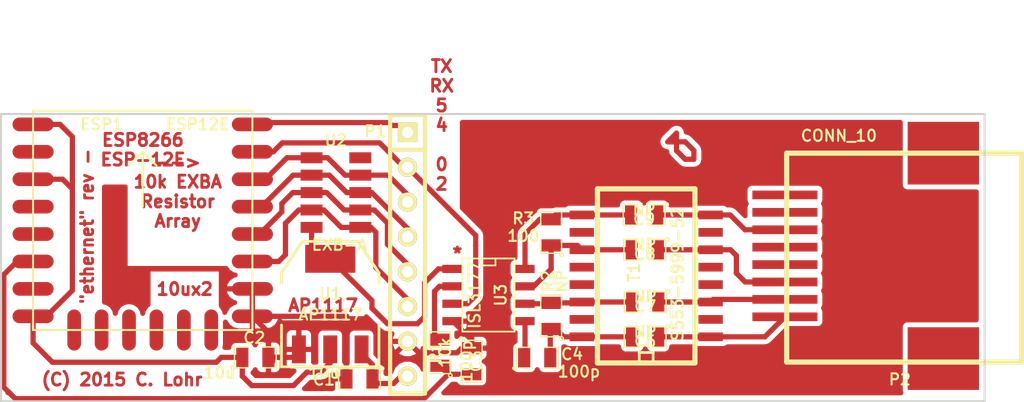
<source format=kicad_pcb>
(kicad_pcb (version 3) (host pcbnew "(2013-jul-07)-stable")

  (general
    (links 54)
    (no_connects 0)
    (area 34.849999 40.564999 101.040001 61.670001)
    (thickness 1.6)
    (drawings 12)
    (tracks 188)
    (zones 0)
    (modules 18)
    (nets 22)
  )

  (page User 139.7 139.7)
  (layers
    (15 F.Cu signal)
    (0 B.Cu signal)
    (16 B.Adhes user)
    (17 F.Adhes user)
    (18 B.Paste user)
    (19 F.Paste user)
    (20 B.SilkS user)
    (21 F.SilkS user)
    (22 B.Mask user)
    (23 F.Mask user)
    (24 Dwgs.User user)
    (25 Cmts.User user)
    (26 Eco1.User user)
    (27 Eco2.User user)
    (28 Edge.Cuts user)
  )

  (setup
    (last_trace_width 0.381)
    (trace_clearance 0.3048)
    (zone_clearance 0.3556)
    (zone_45_only no)
    (trace_min 0.254)
    (segment_width 0.2)
    (edge_width 0.15)
    (via_size 0.889)
    (via_drill 0.635)
    (via_min_size 0.889)
    (via_min_drill 0.508)
    (uvia_size 0.508)
    (uvia_drill 0.127)
    (uvias_allowed no)
    (uvia_min_size 0.508)
    (uvia_min_drill 0.127)
    (pcb_text_width 0.2032)
    (pcb_text_size 0.889 0.889)
    (mod_edge_width 0.15)
    (mod_text_size 0.8128 0.8128)
    (mod_text_width 0.15)
    (pad_size 1.524 1.524)
    (pad_drill 0.762)
    (pad_to_mask_clearance 0.2)
    (aux_axis_origin 0 0)
    (visible_elements FFFFFFBF)
    (pcbplotparams
      (layerselection 32768)
      (usegerberextensions false)
      (excludeedgelayer true)
      (linewidth 0.100000)
      (plotframeref false)
      (viasonmask false)
      (mode 1)
      (useauxorigin false)
      (hpglpennumber 1)
      (hpglpenspeed 20)
      (hpglpendiameter 15)
      (hpglpenoverlay 2)
      (psnegative false)
      (psa4output false)
      (plotreference true)
      (plotvalue true)
      (plotothertext true)
      (plotinvisibletext false)
      (padsonsilk false)
      (subtractmaskfromsilk false)
      (outputformat 2)
      (mirror false)
      (drillshape 1)
      (scaleselection 1)
      (outputdirectory ""))
  )

  (net 0 "")
  (net 1 +3.3V)
  (net 2 +5V)
  (net 3 GND)
  (net 4 GPIO0)
  (net 5 GPIO2)
  (net 6 GPIO4)
  (net 7 GPIO5)
  (net 8 N-000001)
  (net 9 N-0000010)
  (net 10 N-0000011)
  (net 11 N-000002)
  (net 12 N-0000025)
  (net 13 N-000003)
  (net 14 N-000004)
  (net 15 N-000005)
  (net 16 N-000006)
  (net 17 N-000007)
  (net 18 N-000008)
  (net 19 N-000009)
  (net 20 RX)
  (net 21 TX)

  (net_class Default "This is the default net class."
    (clearance 0.3048)
    (trace_width 0.381)
    (via_dia 0.889)
    (via_drill 0.635)
    (uvia_dia 0.508)
    (uvia_drill 0.127)
    (add_net "")
    (add_net +3.3V)
    (add_net +5V)
    (add_net GND)
    (add_net GPIO0)
    (add_net GPIO2)
    (add_net GPIO4)
    (add_net GPIO5)
    (add_net N-000001)
    (add_net N-0000010)
    (add_net N-0000011)
    (add_net N-000002)
    (add_net N-0000025)
    (add_net N-000003)
    (add_net N-000004)
    (add_net N-000005)
    (add_net N-000006)
    (add_net N-000007)
    (add_net N-000008)
    (add_net N-000009)
    (add_net RX)
    (add_net TX)
  )

  (module SM0805 (layer F.Cu) (tedit 56195079) (tstamp 56194CC7)
    (at 61.7093 59.9694 180)
    (path /56194F36)
    (attr smd)
    (fp_text reference C1 (at 2.5908 -0.0508 180) (layer F.SilkS)
      (effects (font (size 0.8128 0.8128) (thickness 0.15)))
    )
    (fp_text value 10u (at 2.5908 0.4572 180) (layer F.SilkS)
      (effects (font (size 0.8128 0.8128) (thickness 0.15)))
    )
    (fp_circle (center -1.651 0.762) (end -1.651 0.635) (layer F.SilkS) (width 0.09906))
    (fp_line (start -0.508 0.762) (end -1.524 0.762) (layer F.SilkS) (width 0.09906))
    (fp_line (start -1.524 0.762) (end -1.524 -0.762) (layer F.SilkS) (width 0.09906))
    (fp_line (start -1.524 -0.762) (end -0.508 -0.762) (layer F.SilkS) (width 0.09906))
    (fp_line (start 0.508 -0.762) (end 1.524 -0.762) (layer F.SilkS) (width 0.09906))
    (fp_line (start 1.524 -0.762) (end 1.524 0.762) (layer F.SilkS) (width 0.09906))
    (fp_line (start 1.524 0.762) (end 0.508 0.762) (layer F.SilkS) (width 0.09906))
    (pad 1 smd rect (at -0.9525 0 180) (size 0.889 1.397)
      (layers F.Cu F.Paste F.Mask)
      (net 2 +5V)
    )
    (pad 2 smd rect (at 0.9525 0 180) (size 0.889 1.397)
      (layers F.Cu F.Paste F.Mask)
      (net 3 GND)
    )
    (model smd/chip_cms.wrl
      (at (xyz 0 0 0))
      (scale (xyz 0.1 0.1 0.1))
      (rotate (xyz 0 0 0))
    )
  )

  (module SM0805 (layer F.Cu) (tedit 56195074) (tstamp 56194CD4)
    (at 54.1147 58.3946)
    (path /56194F45)
    (attr smd)
    (fp_text reference C2 (at -0.0762 -1.4224) (layer F.SilkS)
      (effects (font (size 0.8128 0.8128) (thickness 0.15)))
    )
    (fp_text value 10u (at -2.6162 1.1176) (layer F.SilkS)
      (effects (font (size 0.8128 0.8128) (thickness 0.15)))
    )
    (fp_circle (center -1.651 0.762) (end -1.651 0.635) (layer F.SilkS) (width 0.09906))
    (fp_line (start -0.508 0.762) (end -1.524 0.762) (layer F.SilkS) (width 0.09906))
    (fp_line (start -1.524 0.762) (end -1.524 -0.762) (layer F.SilkS) (width 0.09906))
    (fp_line (start -1.524 -0.762) (end -0.508 -0.762) (layer F.SilkS) (width 0.09906))
    (fp_line (start 0.508 -0.762) (end 1.524 -0.762) (layer F.SilkS) (width 0.09906))
    (fp_line (start 1.524 -0.762) (end 1.524 0.762) (layer F.SilkS) (width 0.09906))
    (fp_line (start 1.524 0.762) (end 0.508 0.762) (layer F.SilkS) (width 0.09906))
    (pad 1 smd rect (at -0.9525 0) (size 0.889 1.397)
      (layers F.Cu F.Paste F.Mask)
      (net 1 +3.3V)
    )
    (pad 2 smd rect (at 0.9525 0) (size 0.889 1.397)
      (layers F.Cu F.Paste F.Mask)
      (net 3 GND)
    )
    (model smd/chip_cms.wrl
      (at (xyz 0 0 0))
      (scale (xyz 0.1 0.1 0.1))
      (rotate (xyz 0 0 0))
    )
  )

  (module SIL-8 (layer F.Cu) (tedit 56DC98BF) (tstamp 56194CE5)
    (at 65.2145 50.8762 270)
    (descr "Connecteur 8 pins")
    (tags "CONN DEV")
    (path /56194CDB)
    (fp_text reference P1 (at -8.9662 2.3495 360) (layer F.SilkS)
      (effects (font (size 0.8128 0.8128) (thickness 0.15)))
    )
    (fp_text value CONN_8 (at 0.1524 1.6256 270) (layer F.SilkS) hide
      (effects (font (size 0.8128 0.8128) (thickness 0.15)))
    )
    (fp_line (start -10.16 -1.27) (end 10.16 -1.27) (layer F.SilkS) (width 0.3048))
    (fp_line (start 10.16 -1.27) (end 10.16 1.27) (layer F.SilkS) (width 0.3048))
    (fp_line (start 10.16 1.27) (end -10.16 1.27) (layer F.SilkS) (width 0.3048))
    (fp_line (start -10.16 1.27) (end -10.16 -1.27) (layer F.SilkS) (width 0.3048))
    (fp_line (start -7.62 1.27) (end -7.62 -1.27) (layer F.SilkS) (width 0.3048))
    (pad 1 thru_hole rect (at -8.89 0 270) (size 1.397 1.397) (drill 0.8128)
      (layers *.Cu *.Mask F.SilkS)
      (net 21 TX)
    )
    (pad 2 thru_hole circle (at -6.35 0 270) (size 1.397 1.397) (drill 0.8128)
      (layers *.Cu *.Mask F.SilkS)
      (net 20 RX)
    )
    (pad 3 thru_hole circle (at -3.81 0 270) (size 1.397 1.397) (drill 0.8128)
      (layers *.Cu *.Mask F.SilkS)
      (net 7 GPIO5)
    )
    (pad 4 thru_hole circle (at -1.27 0 270) (size 1.397 1.397) (drill 0.8128)
      (layers *.Cu *.Mask F.SilkS)
      (net 6 GPIO4)
    )
    (pad 5 thru_hole circle (at 1.27 0 270) (size 1.397 1.397) (drill 0.8128)
      (layers *.Cu *.Mask F.SilkS)
      (net 4 GPIO0)
    )
    (pad 6 thru_hole circle (at 3.81 0 270) (size 1.397 1.397) (drill 0.8128)
      (layers *.Cu *.Mask F.SilkS)
      (net 5 GPIO2)
    )
    (pad 7 thru_hole circle (at 6.35 0 270) (size 1.397 1.397) (drill 0.8128)
      (layers *.Cu *.Mask F.SilkS)
      (net 3 GND)
    )
    (pad 8 thru_hole circle (at 8.89 0 270) (size 1.397 1.397) (drill 0.8128)
      (layers *.Cu *.Mask F.SilkS)
      (net 2 +5V)
    )
  )

  (module EXB-A (layer F.Cu) (tedit 52D0B57E) (tstamp 56197883)
    (at 59.99226 46.37278)
    (path /56194CEA)
    (fp_text reference U2 (at 0 -3.81) (layer F.SilkS)
      (effects (font (size 0.8128 0.8128) (thickness 0.15)))
    )
    (fp_text value EXB-A (at 0.254 3.81) (layer F.SilkS)
      (effects (font (size 0.8128 0.8128) (thickness 0.15)))
    )
    (pad 1 smd rect (at -1.778 -2.54 90) (size 0.8001 1.6002)
      (layers F.Cu F.Paste F.Mask)
      (net 7 GPIO5)
    )
    (pad 2 smd rect (at -1.778 -1.27 90) (size 0.8001 1.6002)
      (layers F.Cu F.Paste F.Mask)
      (net 6 GPIO4)
    )
    (pad 3 smd rect (at -1.778 0 90) (size 0.8001 1.6002)
      (layers F.Cu F.Paste F.Mask)
      (net 4 GPIO0)
    )
    (pad 4 smd rect (at -1.778 1.27 90) (size 0.8001 1.6002)
      (layers F.Cu F.Paste F.Mask)
      (net 5 GPIO2)
    )
    (pad 5 smd rect (at -1.778 2.54 90) (size 0.8001 1.6002)
      (layers F.Cu F.Paste F.Mask)
      (net 12 N-0000025)
    )
    (pad 6 smd rect (at 1.778 2.54 90) (size 0.8001 1.6002)
      (layers F.Cu F.Paste F.Mask)
      (net 5 GPIO2)
    )
    (pad 7 smd rect (at 1.778 1.27 90) (size 0.8001 1.6002)
      (layers F.Cu F.Paste F.Mask)
      (net 4 GPIO0)
    )
    (pad 8 smd rect (at 1.778 0 90) (size 0.8001 1.6002)
      (layers F.Cu F.Paste F.Mask)
      (net 6 GPIO4)
    )
    (pad 9 smd rect (at 1.778 -1.27 90) (size 0.8001 1.6002)
      (layers F.Cu F.Paste F.Mask)
      (net 7 GPIO5)
    )
    (pad 10 smd rect (at 1.778 -2.54 90) (size 0.8001 1.6002)
      (layers F.Cu F.Paste F.Mask)
    )
  )

  (module ESP12E (layer F.Cu) (tedit 560D9068) (tstamp 56194D17)
    (at 45.8978 44.3992)
    (path /5619493D)
    (fp_text reference ESP1 (at -3 -3) (layer F.SilkS)
      (effects (font (size 0.8128 0.8128) (thickness 0.15)))
    )
    (fp_text value ESP12E (at 4 -3) (layer F.SilkS)
      (effects (font (size 0.8128 0.8128) (thickness 0.15)))
    )
    (fp_line (start 0 -1) (end -1 0) (layer F.SilkS) (width 0.15))
    (fp_line (start 0 -1) (end 1 0) (layer F.SilkS) (width 0.15))
    (fp_line (start 0 -1) (end 0 3) (layer F.SilkS) (width 0.15))
    (fp_line (start -8 12) (end -8 -4) (layer F.SilkS) (width 0.15))
    (fp_line (start -8 -4) (end 8 -4) (layer F.SilkS) (width 0.15))
    (fp_line (start 8 -4) (end 8 12) (layer F.SilkS) (width 0.15))
    (fp_line (start 8 -12) (end -8 -12) (layer Dwgs.User) (width 0.15))
    (fp_line (start -8 -12) (end -8 12) (layer Dwgs.User) (width 0.15))
    (fp_line (start -8 12) (end 8 12) (layer F.SilkS) (width 0.15))
    (fp_line (start 8 12) (end 8 -12) (layer Dwgs.User) (width 0.15))
    (pad 1 smd oval (at -8 -3) (size 3 1)
      (layers F.Cu F.Paste F.Mask)
      (net 1 +3.3V)
    )
    (pad 2 smd oval (at -8 -1) (size 3 1)
      (layers F.Cu F.Paste F.Mask)
    )
    (pad 3 smd oval (at -8 1) (size 3 1)
      (layers F.Cu F.Paste F.Mask)
      (net 1 +3.3V)
    )
    (pad 4 smd oval (at -8 3) (size 3 1)
      (layers F.Cu F.Paste F.Mask)
    )
    (pad 5 smd oval (at -8 5) (size 3 1)
      (layers F.Cu F.Paste F.Mask)
    )
    (pad 6 smd oval (at -8 7) (size 3 1)
      (layers F.Cu F.Paste F.Mask)
      (net 10 N-0000011)
    )
    (pad 7 smd oval (at -8 9) (size 3 1)
      (layers F.Cu F.Paste F.Mask)
    )
    (pad 8 smd oval (at -8 11) (size 3 1)
      (layers F.Cu F.Paste F.Mask)
      (net 1 +3.3V)
    )
    (pad 9 smd oval (at -5 12 90) (size 3 1)
      (layers F.Cu F.Paste F.Mask)
    )
    (pad 10 smd oval (at -3 12 90) (size 3 1)
      (layers F.Cu F.Paste F.Mask)
    )
    (pad 11 smd oval (at -1 12 90) (size 3 1)
      (layers F.Cu F.Paste F.Mask)
    )
    (pad 12 smd oval (at 1 12 90) (size 3 1)
      (layers F.Cu F.Paste F.Mask)
    )
    (pad 13 smd oval (at 3 12 90) (size 3 1)
      (layers F.Cu F.Paste F.Mask)
    )
    (pad 14 smd oval (at 5 12 90) (size 3 1)
      (layers F.Cu F.Paste F.Mask)
    )
    (pad 15 smd oval (at 8 11 180) (size 3 1)
      (layers F.Cu F.Paste F.Mask)
      (net 3 GND)
    )
    (pad 16 smd oval (at 8 9 180) (size 3 1)
      (layers F.Cu F.Paste F.Mask)
      (net 3 GND)
    )
    (pad 17 smd oval (at 8 7 180) (size 3 1)
      (layers F.Cu F.Paste F.Mask)
      (net 5 GPIO2)
    )
    (pad 18 smd oval (at 8 5 180) (size 3 1)
      (layers F.Cu F.Paste F.Mask)
      (net 4 GPIO0)
    )
    (pad 19 smd oval (at 8 3 180) (size 3 1)
      (layers F.Cu F.Paste F.Mask)
      (net 6 GPIO4)
    )
    (pad 20 smd oval (at 8 1 180) (size 3 1)
      (layers F.Cu F.Paste F.Mask)
      (net 7 GPIO5)
    )
    (pad 21 smd oval (at 8 -1 180) (size 3 1)
      (layers F.Cu F.Paste F.Mask)
      (net 20 RX)
    )
    (pad 22 smd oval (at 8 -3 180) (size 3 1)
      (layers F.Cu F.Paste F.Mask)
      (net 21 TX)
    )
  )

  (module SOT223 (layer F.Cu) (tedit 200000) (tstamp 561976D8)
    (at 59.5757 54.5084)
    (descr "module CMS SOT223 4 pins")
    (tags "CMS SOT")
    (path /5619494C)
    (attr smd)
    (fp_text reference U1 (at 0 -0.762) (layer F.SilkS)
      (effects (font (size 0.8128 0.8128) (thickness 0.15)))
    )
    (fp_text value AP1117 (at 0 0.762) (layer F.SilkS)
      (effects (font (size 0.8128 0.8128) (thickness 0.15)))
    )
    (fp_line (start -3.556 1.524) (end -3.556 4.572) (layer F.SilkS) (width 0.2032))
    (fp_line (start -3.556 4.572) (end 3.556 4.572) (layer F.SilkS) (width 0.2032))
    (fp_line (start 3.556 4.572) (end 3.556 1.524) (layer F.SilkS) (width 0.2032))
    (fp_line (start -3.556 -1.524) (end -3.556 -2.286) (layer F.SilkS) (width 0.2032))
    (fp_line (start -3.556 -2.286) (end -2.032 -4.572) (layer F.SilkS) (width 0.2032))
    (fp_line (start -2.032 -4.572) (end 2.032 -4.572) (layer F.SilkS) (width 0.2032))
    (fp_line (start 2.032 -4.572) (end 3.556 -2.286) (layer F.SilkS) (width 0.2032))
    (fp_line (start 3.556 -2.286) (end 3.556 -1.524) (layer F.SilkS) (width 0.2032))
    (pad 4 smd rect (at 0 -3.302) (size 3.6576 2.032)
      (layers F.Cu F.Paste F.Mask)
      (net 12 N-0000025)
    )
    (pad 2 smd rect (at 0 3.302) (size 1.016 2.032)
      (layers F.Cu F.Paste F.Mask)
      (net 1 +3.3V)
    )
    (pad 3 smd rect (at 2.286 3.302) (size 1.016 2.032)
      (layers F.Cu F.Paste F.Mask)
      (net 2 +5V)
    )
    (pad 1 smd rect (at -2.286 3.302) (size 1.016 2.032)
      (layers F.Cu F.Paste F.Mask)
      (net 3 GND)
    )
    (model smd/SOT223.wrl
      (at (xyz 0 0 0))
      (scale (xyz 0.4 0.4 0.4))
      (rotate (xyz 0 0 0))
    )
  )

  (module SM0805 (layer F.Cu) (tedit 56DC98E0) (tstamp 56CD3A82)
    (at 75.692 55.372 90)
    (path /56DC9C54)
    (attr smd)
    (fp_text reference R2 (at 2.54 -0.254 90) (layer F.SilkS)
      (effects (font (size 0.8128 0.8128) (thickness 0.15)))
    )
    (fp_text value NP (at 2.54 0.762 90) (layer F.SilkS)
      (effects (font (size 0.8128 0.8128) (thickness 0.15)))
    )
    (fp_circle (center -1.651 0.762) (end -1.651 0.635) (layer F.SilkS) (width 0.09906))
    (fp_line (start -0.508 0.762) (end -1.524 0.762) (layer F.SilkS) (width 0.09906))
    (fp_line (start -1.524 0.762) (end -1.524 -0.762) (layer F.SilkS) (width 0.09906))
    (fp_line (start -1.524 -0.762) (end -0.508 -0.762) (layer F.SilkS) (width 0.09906))
    (fp_line (start 0.508 -0.762) (end 1.524 -0.762) (layer F.SilkS) (width 0.09906))
    (fp_line (start 1.524 -0.762) (end 1.524 0.762) (layer F.SilkS) (width 0.09906))
    (fp_line (start 1.524 0.762) (end 0.508 0.762) (layer F.SilkS) (width 0.09906))
    (pad 1 smd rect (at -0.9525 0 90) (size 0.889 1.397)
      (layers F.Cu F.Paste F.Mask)
      (net 17 N-000007)
    )
    (pad 2 smd rect (at 0.9525 0 90) (size 0.889 1.397)
      (layers F.Cu F.Paste F.Mask)
      (net 16 N-000006)
    )
    (model smd/chip_cms.wrl
      (at (xyz 0 0 0))
      (scale (xyz 0.1 0.1 0.1))
      (rotate (xyz 0 0 0))
    )
  )

  (module SM0805 (layer F.Cu) (tedit 56DC98E6) (tstamp 56CD3A8F)
    (at 74.676 58.42)
    (path /56DC9C61)
    (attr smd)
    (fp_text reference C4 (at 2.54 -0.254) (layer F.SilkS)
      (effects (font (size 0.8128 0.8128) (thickness 0.15)))
    )
    (fp_text value 100p (at 3.048 1.016) (layer F.SilkS)
      (effects (font (size 0.8128 0.8128) (thickness 0.15)))
    )
    (fp_circle (center -1.651 0.762) (end -1.651 0.635) (layer F.SilkS) (width 0.09906))
    (fp_line (start -0.508 0.762) (end -1.524 0.762) (layer F.SilkS) (width 0.09906))
    (fp_line (start -1.524 0.762) (end -1.524 -0.762) (layer F.SilkS) (width 0.09906))
    (fp_line (start -1.524 -0.762) (end -0.508 -0.762) (layer F.SilkS) (width 0.09906))
    (fp_line (start 0.508 -0.762) (end 1.524 -0.762) (layer F.SilkS) (width 0.09906))
    (fp_line (start 1.524 -0.762) (end 1.524 0.762) (layer F.SilkS) (width 0.09906))
    (fp_line (start 1.524 0.762) (end 0.508 0.762) (layer F.SilkS) (width 0.09906))
    (pad 1 smd rect (at -0.9525 0) (size 0.889 1.397)
      (layers F.Cu F.Paste F.Mask)
      (net 18 N-000008)
    )
    (pad 2 smd rect (at 0.9525 0) (size 0.889 1.397)
      (layers F.Cu F.Paste F.Mask)
      (net 17 N-000007)
    )
    (model smd/chip_cms.wrl
      (at (xyz 0 0 0))
      (scale (xyz 0.1 0.1 0.1))
      (rotate (xyz 0 0 0))
    )
  )

  (module SM0805 (layer F.Cu) (tedit 5091495C) (tstamp 56CD3A9C)
    (at 69.89572 58.674 270)
    (path /56DC8FEC)
    (attr smd)
    (fp_text reference C3 (at 0 -0.3175 270) (layer F.SilkS)
      (effects (font (size 0.8128 0.8128) (thickness 0.15)))
    )
    (fp_text value 100p (at 0 0.381 270) (layer F.SilkS)
      (effects (font (size 0.8128 0.8128) (thickness 0.15)))
    )
    (fp_circle (center -1.651 0.762) (end -1.651 0.635) (layer F.SilkS) (width 0.09906))
    (fp_line (start -0.508 0.762) (end -1.524 0.762) (layer F.SilkS) (width 0.09906))
    (fp_line (start -1.524 0.762) (end -1.524 -0.762) (layer F.SilkS) (width 0.09906))
    (fp_line (start -1.524 -0.762) (end -0.508 -0.762) (layer F.SilkS) (width 0.09906))
    (fp_line (start 0.508 -0.762) (end 1.524 -0.762) (layer F.SilkS) (width 0.09906))
    (fp_line (start 1.524 -0.762) (end 1.524 0.762) (layer F.SilkS) (width 0.09906))
    (fp_line (start 1.524 0.762) (end 0.508 0.762) (layer F.SilkS) (width 0.09906))
    (pad 1 smd rect (at -0.9525 0 270) (size 0.889 1.397)
      (layers F.Cu F.Paste F.Mask)
      (net 3 GND)
    )
    (pad 2 smd rect (at 0.9525 0 270) (size 0.889 1.397)
      (layers F.Cu F.Paste F.Mask)
      (net 10 N-0000011)
    )
    (model smd/chip_cms.wrl
      (at (xyz 0 0 0))
      (scale (xyz 0.1 0.1 0.1))
      (rotate (xyz 0 0 0))
    )
  )

  (module SM0805 (layer F.Cu) (tedit 5091495C) (tstamp 56CD3AA9)
    (at 67.57416 58.05424 90)
    (path /56DC908A)
    (attr smd)
    (fp_text reference R1 (at 0 -0.3175 90) (layer F.SilkS)
      (effects (font (size 0.8128 0.8128) (thickness 0.15)))
    )
    (fp_text value 10k (at 0 0.381 90) (layer F.SilkS)
      (effects (font (size 0.8128 0.8128) (thickness 0.15)))
    )
    (fp_circle (center -1.651 0.762) (end -1.651 0.635) (layer F.SilkS) (width 0.09906))
    (fp_line (start -0.508 0.762) (end -1.524 0.762) (layer F.SilkS) (width 0.09906))
    (fp_line (start -1.524 0.762) (end -1.524 -0.762) (layer F.SilkS) (width 0.09906))
    (fp_line (start -1.524 -0.762) (end -0.508 -0.762) (layer F.SilkS) (width 0.09906))
    (fp_line (start 0.508 -0.762) (end 1.524 -0.762) (layer F.SilkS) (width 0.09906))
    (fp_line (start 1.524 -0.762) (end 1.524 0.762) (layer F.SilkS) (width 0.09906))
    (fp_line (start 1.524 0.762) (end 0.508 0.762) (layer F.SilkS) (width 0.09906))
    (pad 1 smd rect (at -0.9525 0 90) (size 0.889 1.397)
      (layers F.Cu F.Paste F.Mask)
      (net 10 N-0000011)
    )
    (pad 2 smd rect (at 0.9525 0 90) (size 0.889 1.397)
      (layers F.Cu F.Paste F.Mask)
      (net 14 N-000004)
    )
    (model smd/chip_cms.wrl
      (at (xyz 0 0 0))
      (scale (xyz 0.1 0.1 0.1))
      (rotate (xyz 0 0 0))
    )
  )

  (module SM0805 (layer F.Cu) (tedit 56DC98D1) (tstamp 56CD3EB1)
    (at 75.692 49.276 90)
    (path /56DCA065)
    (attr smd)
    (fp_text reference R3 (at 1.016 -2.032 180) (layer F.SilkS)
      (effects (font (size 0.8128 0.8128) (thickness 0.15)))
    )
    (fp_text value 100 (at -0.254 -2.032 180) (layer F.SilkS)
      (effects (font (size 0.8128 0.8128) (thickness 0.15)))
    )
    (fp_circle (center -1.651 0.762) (end -1.651 0.635) (layer F.SilkS) (width 0.09906))
    (fp_line (start -0.508 0.762) (end -1.524 0.762) (layer F.SilkS) (width 0.09906))
    (fp_line (start -1.524 0.762) (end -1.524 -0.762) (layer F.SilkS) (width 0.09906))
    (fp_line (start -1.524 -0.762) (end -0.508 -0.762) (layer F.SilkS) (width 0.09906))
    (fp_line (start 0.508 -0.762) (end 1.524 -0.762) (layer F.SilkS) (width 0.09906))
    (fp_line (start 1.524 -0.762) (end 1.524 0.762) (layer F.SilkS) (width 0.09906))
    (fp_line (start 1.524 0.762) (end 0.508 0.762) (layer F.SilkS) (width 0.09906))
    (pad 1 smd rect (at -0.9525 0 90) (size 0.889 1.397)
      (layers F.Cu F.Paste F.Mask)
      (net 9 N-0000010)
    )
    (pad 2 smd rect (at 0.9525 0 90) (size 0.889 1.397)
      (layers F.Cu F.Paste F.Mask)
      (net 19 N-000009)
    )
    (model smd/chip_cms.wrl
      (at (xyz 0 0 0))
      (scale (xyz 0.1 0.1 0.1))
      (rotate (xyz 0 0 0))
    )
  )

  (module SM0805 (layer F.Cu) (tedit 5091495C) (tstamp 56CD3AD0)
    (at 82.55 56.9087 180)
    (path /56CD3D32)
    (attr smd)
    (fp_text reference C6 (at 0 -0.3175 180) (layer F.SilkS)
      (effects (font (size 0.8128 0.8128) (thickness 0.15)))
    )
    (fp_text value NP (at 0 0.381 180) (layer F.SilkS)
      (effects (font (size 0.8128 0.8128) (thickness 0.15)))
    )
    (fp_circle (center -1.651 0.762) (end -1.651 0.635) (layer F.SilkS) (width 0.09906))
    (fp_line (start -0.508 0.762) (end -1.524 0.762) (layer F.SilkS) (width 0.09906))
    (fp_line (start -1.524 0.762) (end -1.524 -0.762) (layer F.SilkS) (width 0.09906))
    (fp_line (start -1.524 -0.762) (end -0.508 -0.762) (layer F.SilkS) (width 0.09906))
    (fp_line (start 0.508 -0.762) (end 1.524 -0.762) (layer F.SilkS) (width 0.09906))
    (fp_line (start 1.524 -0.762) (end 1.524 0.762) (layer F.SilkS) (width 0.09906))
    (fp_line (start 1.524 0.762) (end 0.508 0.762) (layer F.SilkS) (width 0.09906))
    (pad 1 smd rect (at -0.9525 0 180) (size 0.889 1.397)
      (layers F.Cu F.Paste F.Mask)
      (net 15 N-000005)
    )
    (pad 2 smd rect (at 0.9525 0 180) (size 0.889 1.397)
      (layers F.Cu F.Paste F.Mask)
      (net 17 N-000007)
    )
    (model smd/chip_cms.wrl
      (at (xyz 0 0 0))
      (scale (xyz 0.1 0.1 0.1))
      (rotate (xyz 0 0 0))
    )
  )

  (module SM0805 (layer F.Cu) (tedit 5091495C) (tstamp 56CD3ADD)
    (at 82.55508 54.356 180)
    (path /56CD3E1E)
    (attr smd)
    (fp_text reference C7 (at 0 -0.3175 180) (layer F.SilkS)
      (effects (font (size 0.8128 0.8128) (thickness 0.15)))
    )
    (fp_text value NP (at 0 0.381 180) (layer F.SilkS)
      (effects (font (size 0.8128 0.8128) (thickness 0.15)))
    )
    (fp_circle (center -1.651 0.762) (end -1.651 0.635) (layer F.SilkS) (width 0.09906))
    (fp_line (start -0.508 0.762) (end -1.524 0.762) (layer F.SilkS) (width 0.09906))
    (fp_line (start -1.524 0.762) (end -1.524 -0.762) (layer F.SilkS) (width 0.09906))
    (fp_line (start -1.524 -0.762) (end -0.508 -0.762) (layer F.SilkS) (width 0.09906))
    (fp_line (start 0.508 -0.762) (end 1.524 -0.762) (layer F.SilkS) (width 0.09906))
    (fp_line (start 1.524 -0.762) (end 1.524 0.762) (layer F.SilkS) (width 0.09906))
    (fp_line (start 1.524 0.762) (end 0.508 0.762) (layer F.SilkS) (width 0.09906))
    (pad 1 smd rect (at -0.9525 0 180) (size 0.889 1.397)
      (layers F.Cu F.Paste F.Mask)
      (net 8 N-000001)
    )
    (pad 2 smd rect (at 0.9525 0 180) (size 0.889 1.397)
      (layers F.Cu F.Paste F.Mask)
      (net 16 N-000006)
    )
    (model smd/chip_cms.wrl
      (at (xyz 0 0 0))
      (scale (xyz 0.1 0.1 0.1))
      (rotate (xyz 0 0 0))
    )
  )

  (module SM0805 (layer F.Cu) (tedit 5091495C) (tstamp 56CD3AEA)
    (at 82.5246 50.546 180)
    (path /56CD3F79)
    (attr smd)
    (fp_text reference C8 (at 0 -0.3175 180) (layer F.SilkS)
      (effects (font (size 0.8128 0.8128) (thickness 0.15)))
    )
    (fp_text value NP (at 0 0.381 180) (layer F.SilkS)
      (effects (font (size 0.8128 0.8128) (thickness 0.15)))
    )
    (fp_circle (center -1.651 0.762) (end -1.651 0.635) (layer F.SilkS) (width 0.09906))
    (fp_line (start -0.508 0.762) (end -1.524 0.762) (layer F.SilkS) (width 0.09906))
    (fp_line (start -1.524 0.762) (end -1.524 -0.762) (layer F.SilkS) (width 0.09906))
    (fp_line (start -1.524 -0.762) (end -0.508 -0.762) (layer F.SilkS) (width 0.09906))
    (fp_line (start 0.508 -0.762) (end 1.524 -0.762) (layer F.SilkS) (width 0.09906))
    (fp_line (start 1.524 -0.762) (end 1.524 0.762) (layer F.SilkS) (width 0.09906))
    (fp_line (start 1.524 0.762) (end 0.508 0.762) (layer F.SilkS) (width 0.09906))
    (pad 1 smd rect (at -0.9525 0 180) (size 0.889 1.397)
      (layers F.Cu F.Paste F.Mask)
      (net 13 N-000003)
    )
    (pad 2 smd rect (at 0.9525 0 180) (size 0.889 1.397)
      (layers F.Cu F.Paste F.Mask)
      (net 9 N-0000010)
    )
    (model smd/chip_cms.wrl
      (at (xyz 0 0 0))
      (scale (xyz 0.1 0.1 0.1))
      (rotate (xyz 0 0 0))
    )
  )

  (module SM0805 (layer F.Cu) (tedit 5091495C) (tstamp 56CD3AF7)
    (at 82.4738 48.006 180)
    (path /56CD406A)
    (attr smd)
    (fp_text reference C9 (at 0 -0.3175 180) (layer F.SilkS)
      (effects (font (size 0.8128 0.8128) (thickness 0.15)))
    )
    (fp_text value NP (at 0 0.381 180) (layer F.SilkS)
      (effects (font (size 0.8128 0.8128) (thickness 0.15)))
    )
    (fp_circle (center -1.651 0.762) (end -1.651 0.635) (layer F.SilkS) (width 0.09906))
    (fp_line (start -0.508 0.762) (end -1.524 0.762) (layer F.SilkS) (width 0.09906))
    (fp_line (start -1.524 0.762) (end -1.524 -0.762) (layer F.SilkS) (width 0.09906))
    (fp_line (start -1.524 -0.762) (end -0.508 -0.762) (layer F.SilkS) (width 0.09906))
    (fp_line (start 0.508 -0.762) (end 1.524 -0.762) (layer F.SilkS) (width 0.09906))
    (fp_line (start 1.524 -0.762) (end 1.524 0.762) (layer F.SilkS) (width 0.09906))
    (fp_line (start 1.524 0.762) (end 0.508 0.762) (layer F.SilkS) (width 0.09906))
    (pad 1 smd rect (at -0.9525 0 180) (size 0.889 1.397)
      (layers F.Cu F.Paste F.Mask)
      (net 11 N-000002)
    )
    (pad 2 smd rect (at 0.9525 0 180) (size 0.889 1.397)
      (layers F.Cu F.Paste F.Mask)
      (net 19 N-000009)
    )
    (model smd/chip_cms.wrl
      (at (xyz 0 0 0))
      (scale (xyz 0.1 0.1 0.1))
      (rotate (xyz 0 0 0))
    )
  )

  (module SMT_ETHERNET (layer F.Cu) (tedit 50FF0E08) (tstamp 56CD3B28)
    (at 104.30256 43.4975)
    (path /56CD1A50)
    (fp_text reference P2 (at -3.175 16.51) (layer F.SilkS)
      (effects (font (size 0.8128 0.8128) (thickness 0.15)))
    )
    (fp_text value CONN_10 (at -7.62 -1.27) (layer F.SilkS)
      (effects (font (size 0.8128 0.8128) (thickness 0.15)))
    )
    (fp_line (start -11.43 0) (end -11.43 15.24) (layer F.SilkS) (width 0.381))
    (fp_line (start -11.43 15.24) (end 5.715 15.24) (layer F.SilkS) (width 0.381))
    (fp_line (start 5.715 15.24) (end 5.715 0) (layer F.SilkS) (width 0.381))
    (fp_line (start 5.715 0) (end -11.43 0) (layer F.SilkS) (width 0.381))
    (pad 9 smd rect (at 0 0) (size 5.207 4.572)
      (layers F.Cu F.Paste F.Mask)
    )
    (pad 8 smd rect (at -11.557 3.048) (size 4.7498 0.635)
      (layers F.Cu F.Paste F.Mask)
    )
    (pad 7 smd rect (at -11.557 4.318) (size 4.7498 0.635)
      (layers F.Cu F.Paste F.Mask)
    )
    (pad 6 smd rect (at -11.557 5.588) (size 4.7498 0.635)
      (layers F.Cu F.Paste F.Mask)
      (net 11 N-000002)
    )
    (pad 5 smd rect (at -11.557 6.858) (size 4.7498 0.635)
      (layers F.Cu F.Paste F.Mask)
    )
    (pad 4 smd rect (at -11.557 8.128) (size 4.7498 0.635)
      (layers F.Cu F.Paste F.Mask)
    )
    (pad 3 smd rect (at -11.557 9.398) (size 4.7498 0.635)
      (layers F.Cu F.Paste F.Mask)
      (net 13 N-000003)
    )
    (pad 2 smd rect (at -11.557 10.668) (size 4.7498 0.635)
      (layers F.Cu F.Paste F.Mask)
      (net 8 N-000001)
    )
    (pad 1 smd rect (at -11.557 11.938) (size 4.7498 0.635)
      (layers F.Cu F.Paste F.Mask)
      (net 15 N-000005)
    )
    (pad 10 smd rect (at 0 14.986) (size 5.207 4.572)
      (layers F.Cu F.Paste F.Mask)
    )
  )

  (module BELFuse-S553 (layer F.Cu) (tedit 51002E79) (tstamp 56CD3B43)
    (at 82.6262 52.451 90)
    (descr "Module CMS SOJ 16 pins tres large")
    (tags "CMS SOJ")
    (path /56CD3037)
    (attr smd)
    (fp_text reference T1 (at 0.254 -0.889 90) (layer F.SilkS)
      (effects (font (size 0.8128 0.8128) (thickness 0.15)))
    )
    (fp_text value S553-5999-52 (at 0.127 2.286 90) (layer F.SilkS)
      (effects (font (size 0.8128 0.8128) (thickness 0.15)))
    )
    (fp_line (start -6.35 -3.556) (end -6.35 3.556) (layer F.SilkS) (width 0.381))
    (fp_line (start -6.35 3.556) (end 6.35 3.556) (layer F.SilkS) (width 0.381))
    (fp_line (start 6.35 3.556) (end 6.35 -3.556) (layer F.SilkS) (width 0.381))
    (fp_line (start 6.35 -3.556) (end -6.35 -3.556) (layer F.SilkS) (width 0.381))
    (fp_line (start -6.35 -0.508) (end -5.588 -0.508) (layer F.SilkS) (width 0.2032))
    (fp_line (start -5.588 -0.508) (end -5.588 0.508) (layer F.SilkS) (width 0.2032))
    (fp_line (start -5.588 0.508) (end -6.35 0.508) (layer F.SilkS) (width 0.2032))
    (pad 1 smd rect (at -4.445 4.699 90) (size 0.635 1.778)
      (layers F.Cu F.Paste F.Mask)
      (net 15 N-000005)
    )
    (pad 2 smd rect (at -3.175 4.699 90) (size 0.635 1.778)
      (layers F.Cu F.Paste F.Mask)
    )
    (pad 3 smd rect (at -1.905 4.699 90) (size 0.635 1.778)
      (layers F.Cu F.Paste F.Mask)
      (net 8 N-000001)
    )
    (pad 4 smd rect (at -0.635 4.699 90) (size 0.635 1.778)
      (layers F.Cu F.Paste F.Mask)
    )
    (pad 5 smd rect (at 0.635 4.699 90) (size 0.635 1.778)
      (layers F.Cu F.Paste F.Mask)
    )
    (pad 6 smd rect (at 1.905 4.699 90) (size 0.635 1.778)
      (layers F.Cu F.Paste F.Mask)
      (net 13 N-000003)
    )
    (pad 7 smd rect (at 3.175 4.699 90) (size 0.635 1.778)
      (layers F.Cu F.Paste F.Mask)
    )
    (pad 8 smd rect (at 4.445 4.699 90) (size 0.635 1.778)
      (layers F.Cu F.Paste F.Mask)
      (net 11 N-000002)
    )
    (pad 9 smd rect (at 4.445 -4.699 90) (size 0.635 1.778)
      (layers F.Cu F.Paste F.Mask)
      (net 19 N-000009)
    )
    (pad 10 smd rect (at 3.175 -4.699 90) (size 0.635 1.778)
      (layers F.Cu F.Paste F.Mask)
    )
    (pad 11 smd rect (at 1.905 -4.699 90) (size 0.635 1.778)
      (layers F.Cu F.Paste F.Mask)
      (net 9 N-0000010)
    )
    (pad 12 smd rect (at 0.635 -4.699 90) (size 0.635 1.778)
      (layers F.Cu F.Paste F.Mask)
    )
    (pad 13 smd rect (at -0.635 -4.699 90) (size 0.635 1.778)
      (layers F.Cu F.Paste F.Mask)
    )
    (pad 14 smd rect (at -1.905 -4.699 90) (size 0.635 1.778)
      (layers F.Cu F.Paste F.Mask)
      (net 16 N-000006)
    )
    (pad 15 smd rect (at -3.175 -4.699 90) (size 0.635 1.778)
      (layers F.Cu F.Paste F.Mask)
    )
    (pad 16 smd rect (at -4.445 -4.699 90) (size 0.635 1.778)
      (layers F.Cu F.Paste F.Mask)
      (net 17 N-000007)
    )
    (model smd/cms_so16.wrl
      (at (xyz 0 0 0))
      (scale (xyz 0.5 0.6 0.5))
      (rotate (xyz 0 0 0))
    )
  )

  (module SO8E (layer F.Cu) (tedit 4F33A5C7) (tstamp 56DD5323)
    (at 71.12 53.848 270)
    (descr "module CMS SOJ 8 pins etroit")
    (tags "CMS SOJ")
    (path /56DC951B)
    (attr smd)
    (fp_text reference U3 (at 0 -0.889 270) (layer F.SilkS)
      (effects (font (size 0.8128 0.8128) (thickness 0.15)))
    )
    (fp_text value ISL3177 (at 0 1.016 270) (layer F.SilkS)
      (effects (font (size 0.8128 0.8128) (thickness 0.15)))
    )
    (fp_line (start -2.667 1.778) (end -2.667 1.905) (layer F.SilkS) (width 0.127))
    (fp_line (start -2.667 1.905) (end 2.667 1.905) (layer F.SilkS) (width 0.127))
    (fp_line (start 2.667 -1.905) (end -2.667 -1.905) (layer F.SilkS) (width 0.127))
    (fp_line (start -2.667 -1.905) (end -2.667 1.778) (layer F.SilkS) (width 0.127))
    (fp_line (start -2.667 -0.508) (end -2.159 -0.508) (layer F.SilkS) (width 0.127))
    (fp_line (start -2.159 -0.508) (end -2.159 0.508) (layer F.SilkS) (width 0.127))
    (fp_line (start -2.159 0.508) (end -2.667 0.508) (layer F.SilkS) (width 0.127))
    (fp_line (start 2.667 -1.905) (end 2.667 1.905) (layer F.SilkS) (width 0.127))
    (pad 8 smd rect (at -1.905 -2.667 270) (size 0.59944 1.39954)
      (layers F.Cu F.Paste F.Mask)
      (net 19 N-000009)
    )
    (pad 1 smd rect (at -1.905 2.667 270) (size 0.59944 1.39954)
      (layers F.Cu F.Paste F.Mask)
      (net 12 N-0000025)
    )
    (pad 7 smd rect (at -0.635 -2.667 270) (size 0.59944 1.39954)
      (layers F.Cu F.Paste F.Mask)
      (net 9 N-0000010)
    )
    (pad 6 smd rect (at 0.635 -2.667 270) (size 0.59944 1.39954)
      (layers F.Cu F.Paste F.Mask)
      (net 16 N-000006)
    )
    (pad 5 smd rect (at 1.905 -2.667 270) (size 0.59944 1.39954)
      (layers F.Cu F.Paste F.Mask)
      (net 18 N-000008)
    )
    (pad 2 smd rect (at -0.635 2.667 270) (size 0.59944 1.39954)
      (layers F.Cu F.Paste F.Mask)
      (net 14 N-000004)
    )
    (pad 3 smd rect (at 0.635 2.667 270) (size 0.59944 1.39954)
      (layers F.Cu F.Paste F.Mask)
      (net 20 RX)
    )
    (pad 4 smd rect (at 1.905 2.667 270) (size 0.59944 1.39954)
      (layers F.Cu F.Paste F.Mask)
      (net 3 GND)
    )
    (model smd/cms_so8.wrl
      (at (xyz 0 0 0))
      (scale (xyz 0.5 0.32 0.5))
      (rotate (xyz 0 0 0))
    )
  )

  (gr_line (start 35.56 61.595) (end 35.56 40.64) (angle 90) (layer Edge.Cuts) (width 0.15))
  (gr_line (start 107.315 61.595) (end 35.56 61.595) (angle 90) (layer Edge.Cuts) (width 0.15))
  (gr_line (start 107.315 40.64) (end 107.315 61.595) (angle 90) (layer Edge.Cuts) (width 0.15))
  (gr_line (start 35.56 40.64) (end 107.315 40.64) (angle 90) (layer Edge.Cuts) (width 0.15))
  (gr_text * (at 68.84924 50.8254) (layer F.Cu)
    (effects (font (size 0.889 0.889) (thickness 0.2032)))
  )
  (gr_text "TX\nRX\n5\n4\n\n0\n2\n" (at 67.70624 41.4528) (layer F.Cu)
    (effects (font (size 0.889 0.889) (thickness 0.2032)))
  )
  (gr_text "\"ethernet\" rev -" (at 41.8465 48.8442 90) (layer F.Cu)
    (effects (font (size 0.889 0.889) (thickness 0.2032)))
  )
  (gr_text "(C) 2015 C. Lohr" (at 44.3865 60.0202) (layer F.Cu)
    (effects (font (size 0.889 0.889) (thickness 0.2032)))
  )
  (gr_text 10ux2 (at 48.9585 53.4162) (layer F.Cu)
    (effects (font (size 0.889 0.889) (thickness 0.2032)))
  )
  (gr_text "-->\n10k EXBA\nResistor\nArray" (at 48.4505 46.3042) (layer F.Cu)
    (effects (font (size 0.889 0.889) (thickness 0.2032)))
  )
  (gr_text "ESP8266\nESP-12E" (at 45.9105 43.2562) (layer F.Cu)
    (effects (font (size 0.889 0.889) (thickness 0.2032)))
  )
  (gr_text AP1117 (at 59.055 54.61) (layer F.Cu)
    (effects (font (size 0.889 0.889) (thickness 0.2032)))
  )

  (segment (start 84.201 42.672) (end 84.836 42.037) (width 0.381) (layer F.Cu) (net 0))
  (segment (start 84.836 42.672) (end 84.201 42.672) (width 0.381) (layer F.Cu) (net 0) (tstamp 56CD4078))
  (segment (start 84.836 42.037) (end 84.836 42.672) (width 0.381) (layer F.Cu) (net 0) (tstamp 56CD4071))
  (segment (start 84.836 42.672) (end 85.471 42.672) (width 0.381) (layer F.Cu) (net 0) (tstamp 56CD4072))
  (segment (start 85.471 42.672) (end 86.106 43.307) (width 0.381) (layer F.Cu) (net 0) (tstamp 56CD4073))
  (segment (start 86.106 43.307) (end 86.106 43.942) (width 0.381) (layer F.Cu) (net 0) (tstamp 56CD4074))
  (segment (start 86.106 43.942) (end 85.471 43.942) (width 0.381) (layer F.Cu) (net 0) (tstamp 56CD4075))
  (segment (start 85.471 43.942) (end 84.836 43.307) (width 0.381) (layer F.Cu) (net 0) (tstamp 56CD4076))
  (segment (start 84.836 43.307) (end 84.836 42.672) (width 0.381) (layer F.Cu) (net 0) (tstamp 56CD4077))
  (segment (start 57.8739 59.4741) (end 58.5724 59.4741) (width 0.381) (layer F.Cu) (net 1))
  (segment (start 58.5724 59.4741) (end 58.8899 59.4741) (width 0.381) (layer F.Cu) (net 1) (tstamp 56DD54B5))
  (segment (start 53.1622 58.3946) (end 53.1622 59.7662) (width 0.381) (layer F.Cu) (net 1) (tstamp 56DD539F))
  (segment (start 56.896 60.452) (end 57.8739 59.4741) (width 0.381) (layer F.Cu) (net 1) (tstamp 56DD5397))
  (segment (start 53.848 60.452) (end 56.896 60.452) (width 0.381) (layer F.Cu) (net 1) (tstamp 56DD5396))
  (segment (start 53.848 60.452) (end 53.1622 59.7662) (width 0.381) (layer F.Cu) (net 1))
  (segment (start 59.5757 58.7883) (end 59.5757 57.8104) (width 0.381) (layer F.Cu) (net 1) (tstamp 56DD53A5))
  (segment (start 58.8899 59.4741) (end 59.5757 58.7883) (width 0.381) (layer F.Cu) (net 1) (tstamp 56DD53A4))
  (segment (start 53.1622 58.3946) (end 53.1622 59.17946) (width 0.381) (layer F.Cu) (net 1))
  (segment (start 53.1622 58.3946) (end 51.6255 58.3946) (width 0.381) (layer F.Cu) (net 1))
  (segment (start 37.8978 57.3415) (end 37.8978 55.3992) (width 0.381) (layer F.Cu) (net 1) (tstamp 56197976))
  (segment (start 39.3065 58.7502) (end 37.8978 57.3415) (width 0.381) (layer F.Cu) (net 1) (tstamp 56197975))
  (segment (start 51.2699 58.7502) (end 39.3065 58.7502) (width 0.381) (layer F.Cu) (net 1) (tstamp 56197974))
  (segment (start 51.6255 58.3946) (end 51.2699 58.7502) (width 0.381) (layer F.Cu) (net 1) (tstamp 56197973))
  (segment (start 37.8978 41.3992) (end 39.8625 41.3992) (width 0.381) (layer F.Cu) (net 1))
  (segment (start 40.767 42.3037) (end 40.767 46.1137) (width 0.381) (layer F.Cu) (net 1) (tstamp 56197853))
  (segment (start 39.8625 41.3992) (end 40.767 42.3037) (width 0.381) (layer F.Cu) (net 1) (tstamp 56197852))
  (segment (start 37.8978 55.3992) (end 38.8729 55.3992) (width 0.381) (layer F.Cu) (net 1))
  (segment (start 40.0525 45.3992) (end 37.8978 45.3992) (width 0.381) (layer F.Cu) (net 1) (tstamp 5619784F))
  (segment (start 40.767 46.1137) (end 40.0525 45.3992) (width 0.381) (layer F.Cu) (net 1) (tstamp 5619784E))
  (segment (start 40.767 53.5051) (end 40.767 46.1137) (width 0.381) (layer F.Cu) (net 1) (tstamp 5619784C))
  (segment (start 38.8729 55.3992) (end 40.767 53.5051) (width 0.381) (layer F.Cu) (net 1) (tstamp 5619784B))
  (segment (start 62.6364 60.2996) (end 64.1985 60.2996) (width 0.381) (layer F.Cu) (net 2))
  (segment (start 64.1985 60.2996) (end 65.2399 59.2582) (width 0.381) (layer F.Cu) (net 2) (tstamp 56197992))
  (segment (start 62.6364 60.2996) (end 62.6364 58.90514) (width 0.381) (layer F.Cu) (net 2))
  (segment (start 62.6364 58.90514) (end 61.86932 58.13806) (width 0.381) (layer F.Cu) (net 2) (tstamp 5619798F))
  (segment (start 69.89572 57.7215) (end 69.16166 57.7215) (width 0.381) (layer F.Cu) (net 3))
  (segment (start 66.04762 58.05932) (end 65.2145 57.2262) (width 0.381) (layer F.Cu) (net 3) (tstamp 56DD5565))
  (segment (start 68.82384 58.05932) (end 66.04762 58.05932) (width 0.381) (layer F.Cu) (net 3) (tstamp 56DD5564))
  (segment (start 69.16166 57.7215) (end 68.82384 58.05932) (width 0.381) (layer F.Cu) (net 3) (tstamp 56DD5563))
  (segment (start 68.453 55.753) (end 68.51904 55.753) (width 0.381) (layer F.Cu) (net 3))
  (segment (start 69.89572 57.12968) (end 69.89572 57.7215) (width 0.381) (layer F.Cu) (net 3) (tstamp 56DD5560))
  (segment (start 68.51904 55.753) (end 69.89572 57.12968) (width 0.381) (layer F.Cu) (net 3) (tstamp 56DD555F))
  (segment (start 65.2145 57.2262) (end 63.73368 57.2262) (width 0.381) (layer F.Cu) (net 3))
  (segment (start 63.73368 57.2262) (end 62.08776 55.58028) (width 0.381) (layer F.Cu) (net 3) (tstamp 56DD5438))
  (segment (start 62.08776 55.58028) (end 60.77712 55.58028) (width 0.381) (layer F.Cu) (net 3) (tstamp 56DD5439))
  (segment (start 55.372 58.6994) (end 55.0672 58.3946) (width 0.381) (layer F.Cu) (net 3) (tstamp 56DD53C2))
  (segment (start 57.2897 57.8104) (end 57.2897 56.21274) (width 0.381) (layer F.Cu) (net 3))
  (segment (start 57.2897 56.21274) (end 58.10324 55.3992) (width 0.381) (layer F.Cu) (net 3) (tstamp 561979BC))
  (segment (start 60.7568 59.9694) (end 60.7568 56.41848) (width 0.381) (layer F.Cu) (net 3))
  (segment (start 60.77712 56.39816) (end 60.77712 55.58028) (width 0.381) (layer F.Cu) (net 3) (tstamp 561979B6))
  (segment (start 60.77712 55.58028) (end 60.77712 55.3992) (width 0.381) (layer F.Cu) (net 3) (tstamp 56DD543C))
  (segment (start 60.7568 56.41848) (end 60.77712 56.39816) (width 0.381) (layer F.Cu) (net 3) (tstamp 561979B5))
  (segment (start 53.8978 55.3992) (end 58.10324 55.3992) (width 0.381) (layer F.Cu) (net 3))
  (segment (start 58.10324 55.3992) (end 60.77712 55.3992) (width 0.381) (layer F.Cu) (net 3) (tstamp 561979BF))
  (segment (start 53.8978 55.3992) (end 53.8978 53.3992) (width 0.381) (layer F.Cu) (net 3))
  (segment (start 55.0672 58.3946) (end 55.0672 56.5686) (width 0.381) (layer F.Cu) (net 3))
  (segment (start 55.0672 56.5686) (end 53.8978 55.3992) (width 0.381) (layer F.Cu) (net 3) (tstamp 56197969))
  (segment (start 55.0672 58.3946) (end 57.04078 58.3946) (width 0.381) (layer F.Cu) (net 3))
  (segment (start 57.04078 58.3946) (end 57.29732 58.13806) (width 0.381) (layer F.Cu) (net 3) (tstamp 56197966))
  (segment (start 61.77026 47.64278) (end 62.79388 47.64278) (width 0.381) (layer F.Cu) (net 4))
  (segment (start 63.74892 50.14722) (end 65.2399 51.6382) (width 0.381) (layer F.Cu) (net 4) (tstamp 56197939))
  (segment (start 63.74892 48.59782) (end 63.74892 50.14722) (width 0.381) (layer F.Cu) (net 4) (tstamp 56197938))
  (segment (start 62.79388 47.64278) (end 63.74892 48.59782) (width 0.381) (layer F.Cu) (net 4) (tstamp 56197937))
  (segment (start 58.21426 46.37278) (end 59.31662 46.37278) (width 0.381) (layer F.Cu) (net 4))
  (segment (start 60.58662 47.64278) (end 61.77026 47.64278) (width 0.381) (layer F.Cu) (net 4) (tstamp 5619791D))
  (segment (start 59.31662 46.37278) (end 60.58662 47.64278) (width 0.381) (layer F.Cu) (net 4) (tstamp 5619791C))
  (segment (start 58.21426 46.37278) (end 56.8452 46.37278) (width 0.381) (layer F.Cu) (net 4))
  (segment (start 54.4233 49.3992) (end 53.8978 49.3992) (width 0.381) (layer F.Cu) (net 4) (tstamp 561978F9))
  (segment (start 56.0451 47.7774) (end 54.4233 49.3992) (width 0.381) (layer F.Cu) (net 4) (tstamp 561978F8))
  (segment (start 56.0451 47.17288) (end 56.0451 47.7774) (width 0.381) (layer F.Cu) (net 4) (tstamp 561978F7))
  (segment (start 56.8452 46.37278) (end 56.0451 47.17288) (width 0.381) (layer F.Cu) (net 4) (tstamp 561978F6))
  (segment (start 61.77026 48.91278) (end 62.54496 48.91278) (width 0.381) (layer F.Cu) (net 5))
  (segment (start 62.9031 51.8414) (end 65.2399 54.1782) (width 0.381) (layer F.Cu) (net 5) (tstamp 5619793E))
  (segment (start 62.9031 49.27092) (end 62.9031 51.8414) (width 0.381) (layer F.Cu) (net 5) (tstamp 5619793D))
  (segment (start 62.54496 48.91278) (end 62.9031 49.27092) (width 0.381) (layer F.Cu) (net 5) (tstamp 5619793C))
  (segment (start 58.21426 47.64278) (end 59.11088 47.64278) (width 0.381) (layer F.Cu) (net 5))
  (segment (start 60.38088 48.91278) (end 61.77026 48.91278) (width 0.381) (layer F.Cu) (net 5) (tstamp 56197919))
  (segment (start 59.11088 47.64278) (end 60.38088 48.91278) (width 0.381) (layer F.Cu) (net 5) (tstamp 56197918))
  (segment (start 58.21426 47.64278) (end 57.28208 47.64278) (width 0.381) (layer F.Cu) (net 5))
  (segment (start 55.81674 51.3992) (end 53.8978 51.3992) (width 0.381) (layer F.Cu) (net 5) (tstamp 561978FF))
  (segment (start 56.30926 50.90668) (end 55.81674 51.3992) (width 0.381) (layer F.Cu) (net 5) (tstamp 561978FE))
  (segment (start 56.30926 48.6156) (end 56.30926 50.90668) (width 0.381) (layer F.Cu) (net 5) (tstamp 561978FD))
  (segment (start 57.28208 47.64278) (end 56.30926 48.6156) (width 0.381) (layer F.Cu) (net 5) (tstamp 561978FC))
  (segment (start 65.2145 49.6062) (end 65.2145 48.985766) (width 0.381) (layer F.Cu) (net 6))
  (segment (start 62.601514 46.37278) (end 61.77026 46.37278) (width 0.381) (layer F.Cu) (net 6) (tstamp 56197A17))
  (segment (start 65.2145 48.985766) (end 62.601514 46.37278) (width 0.381) (layer F.Cu) (net 6) (tstamp 56197A16))
  (segment (start 58.21426 45.10278) (end 59.50458 45.10278) (width 0.381) (layer F.Cu) (net 6))
  (segment (start 60.77458 46.37278) (end 61.77026 46.37278) (width 0.381) (layer F.Cu) (net 6) (tstamp 56197921))
  (segment (start 59.50458 45.10278) (end 60.77458 46.37278) (width 0.381) (layer F.Cu) (net 6) (tstamp 56197920))
  (segment (start 58.21426 45.10278) (end 56.8706 45.10278) (width 0.381) (layer F.Cu) (net 6))
  (segment (start 54.57418 47.3992) (end 53.8978 47.3992) (width 0.381) (layer F.Cu) (net 6) (tstamp 561978F3))
  (segment (start 56.8706 45.10278) (end 54.57418 47.3992) (width 0.381) (layer F.Cu) (net 6) (tstamp 561978F2))
  (segment (start 61.77026 45.10278) (end 63.78448 45.10278) (width 0.381) (layer F.Cu) (net 7))
  (segment (start 63.78448 45.10278) (end 65.2399 46.5582) (width 0.381) (layer F.Cu) (net 7) (tstamp 56197929))
  (segment (start 58.21426 43.83278) (end 59.38774 43.83278) (width 0.381) (layer F.Cu) (net 7))
  (segment (start 60.65774 45.10278) (end 61.77026 45.10278) (width 0.381) (layer F.Cu) (net 7) (tstamp 56197925))
  (segment (start 59.38774 43.83278) (end 60.65774 45.10278) (width 0.381) (layer F.Cu) (net 7) (tstamp 56197924))
  (segment (start 58.21426 43.83278) (end 56.41594 43.83278) (width 0.381) (layer F.Cu) (net 7))
  (segment (start 54.84952 45.3992) (end 53.8978 45.3992) (width 0.381) (layer F.Cu) (net 7) (tstamp 561978EF))
  (segment (start 56.41594 43.83278) (end 54.84952 45.3992) (width 0.381) (layer F.Cu) (net 7) (tstamp 561978EE))
  (segment (start 87.3252 54.356) (end 87.5157 54.1655) (width 0.381) (layer F.Cu) (net 8))
  (segment (start 87.5157 54.1655) (end 92.74556 54.1655) (width 0.381) (layer F.Cu) (net 8) (tstamp 56CD404A))
  (segment (start 83.50758 54.356) (end 87.3252 54.356) (width 0.381) (layer F.Cu) (net 8))
  (segment (start 75.692 50.2285) (end 75.692 51.943) (width 0.381) (layer F.Cu) (net 9))
  (segment (start 74.422 53.213) (end 73.787 53.213) (width 0.381) (layer F.Cu) (net 9) (tstamp 56DD5594))
  (segment (start 75.692 51.943) (end 74.422 53.213) (width 0.381) (layer F.Cu) (net 9) (tstamp 56DD5593))
  (segment (start 75.692 50.2285) (end 77.6097 50.2285) (width 0.381) (layer F.Cu) (net 9))
  (segment (start 77.6097 50.2285) (end 77.9272 50.546) (width 0.381) (layer F.Cu) (net 9) (tstamp 56DD5493))
  (segment (start 77.9272 50.546) (end 81.5721 50.546) (width 0.381) (layer F.Cu) (net 9))
  (segment (start 58.1025 61.4045) (end 66.41592 61.4045) (width 0.381) (layer F.Cu) (net 10))
  (segment (start 55.3974 61.4045) (end 58.1025 61.4045) (width 0.381) (layer F.Cu) (net 10))
  (segment (start 66.41592 61.4045) (end 68.19392 59.6265) (width 0.381) (layer F.Cu) (net 10) (tstamp 56DD556D))
  (segment (start 69.89572 59.6265) (end 68.19392 59.6265) (width 0.381) (layer F.Cu) (net 10))
  (segment (start 68.19392 59.6265) (end 67.57416 59.00674) (width 0.381) (layer F.Cu) (net 10) (tstamp 56DD5568))
  (segment (start 55.372 61.4045) (end 55.3974 61.4045) (width 0.381) (layer F.Cu) (net 10))
  (segment (start 55.3974 61.4045) (end 36.59378 61.4045) (width 0.381) (layer F.Cu) (net 10) (tstamp 56DD546C))
  (segment (start 36.068 60.96) (end 36.068 60.87872) (width 0.381) (layer F.Cu) (net 10) (tstamp 56DD53C7))
  (segment (start 36.14928 60.96) (end 36.068 60.96) (width 0.381) (layer F.Cu) (net 10) (tstamp 56DD53C6))
  (segment (start 36.59378 61.4045) (end 36.14928 60.96) (width 0.381) (layer F.Cu) (net 10) (tstamp 56DD53C5))
  (segment (start 36.42868 61.2394) (end 36.068 60.87872) (width 0.381) (layer F.Cu) (net 10) (tstamp 56CD405B))
  (segment (start 36.068 60.87872) (end 35.7632 60.57392) (width 0.381) (layer F.Cu) (net 10) (tstamp 56DD53C8))
  (segment (start 35.7632 52.35956) (end 35.7632 60.57392) (width 0.381) (layer F.Cu) (net 10) (tstamp 56CD3EF0))
  (segment (start 37.8978 51.3992) (end 36.72356 51.3992) (width 0.381) (layer F.Cu) (net 10))
  (segment (start 36.72356 51.3992) (end 35.7632 52.35956) (width 0.381) (layer F.Cu) (net 10) (tstamp 56CD3EEF))
  (segment (start 87.3252 48.006) (end 88.75268 48.006) (width 0.381) (layer F.Cu) (net 11))
  (segment (start 89.83218 49.0855) (end 92.74556 49.0855) (width 0.381) (layer F.Cu) (net 11) (tstamp 56CD4054))
  (segment (start 88.75268 48.006) (end 89.83218 49.0855) (width 0.381) (layer F.Cu) (net 11) (tstamp 56CD4053))
  (segment (start 83.4263 48.006) (end 87.3252 48.006) (width 0.381) (layer F.Cu) (net 11))
  (segment (start 62.62116 54.8132) (end 62.62116 54.25186) (width 0.381) (layer F.Cu) (net 12))
  (segment (start 62.62116 54.25186) (end 59.5757 51.2064) (width 0.381) (layer F.Cu) (net 12) (tstamp 56DD557B))
  (segment (start 68.453 51.943) (end 67.46748 51.943) (width 0.381) (layer F.Cu) (net 12))
  (segment (start 63.74892 55.94096) (end 62.62116 54.8132) (width 0.381) (layer F.Cu) (net 12) (tstamp 56DD5575))
  (segment (start 62.62116 54.8132) (end 62.61608 54.80812) (width 0.381) (layer F.Cu) (net 12) (tstamp 56DD5579))
  (segment (start 65.9384 55.94096) (end 63.74892 55.94096) (width 0.381) (layer F.Cu) (net 12) (tstamp 56DD5574))
  (segment (start 66.45656 55.4228) (end 65.9384 55.94096) (width 0.381) (layer F.Cu) (net 12) (tstamp 56DD5573))
  (segment (start 66.45656 52.95392) (end 66.45656 55.4228) (width 0.381) (layer F.Cu) (net 12) (tstamp 56DD5572))
  (segment (start 67.46748 51.943) (end 66.45656 52.95392) (width 0.381) (layer F.Cu) (net 12) (tstamp 56DD5571))
  (segment (start 58.21426 48.91278) (end 58.21426 50.165) (width 0.381) (layer F.Cu) (net 12))
  (segment (start 58.21426 50.165) (end 59.58332 51.53406) (width 0.381) (layer F.Cu) (net 12) (tstamp 56197915))
  (segment (start 92.74556 52.8955) (end 89.84488 52.8955) (width 0.381) (layer F.Cu) (net 13))
  (segment (start 88.77808 50.546) (end 87.3252 50.546) (width 0.381) (layer F.Cu) (net 13) (tstamp 56CD4050))
  (segment (start 89.2048 50.97272) (end 88.77808 50.546) (width 0.381) (layer F.Cu) (net 13) (tstamp 56CD404F))
  (segment (start 89.2048 52.25542) (end 89.2048 50.97272) (width 0.381) (layer F.Cu) (net 13) (tstamp 56CD404E))
  (segment (start 89.84488 52.8955) (end 89.2048 52.25542) (width 0.381) (layer F.Cu) (net 13) (tstamp 56CD404D))
  (segment (start 83.4771 50.546) (end 87.3252 50.546) (width 0.381) (layer F.Cu) (net 13))
  (segment (start 68.453 53.213) (end 67.54368 53.213) (width 0.381) (layer F.Cu) (net 14))
  (segment (start 67.183 56.69788) (end 67.16268 56.7182) (width 0.381) (layer F.Cu) (net 14) (tstamp 56DD553E))
  (segment (start 67.183 53.57368) (end 67.183 56.69788) (width 0.381) (layer F.Cu) (net 14) (tstamp 56DD553D))
  (segment (start 67.54368 53.213) (end 67.183 53.57368) (width 0.381) (layer F.Cu) (net 14) (tstamp 56DD553C))
  (segment (start 92.74556 55.4355) (end 91.28506 56.896) (width 0.381) (layer F.Cu) (net 15))
  (segment (start 91.28506 56.896) (end 87.3252 56.896) (width 0.381) (layer F.Cu) (net 15) (tstamp 56CD4043))
  (segment (start 87.3252 56.896) (end 83.5152 56.896) (width 0.381) (layer F.Cu) (net 15))
  (segment (start 83.5152 56.896) (end 83.5025 56.9087) (width 0.381) (layer F.Cu) (net 15) (tstamp 56CD3C8C))
  (segment (start 75.692 54.4195) (end 77.8637 54.4195) (width 0.381) (layer F.Cu) (net 16))
  (segment (start 77.8637 54.4195) (end 77.9272 54.356) (width 0.381) (layer F.Cu) (net 16) (tstamp 56DD54A5))
  (segment (start 73.787 54.483) (end 75.6285 54.483) (width 0.381) (layer F.Cu) (net 16))
  (segment (start 75.6285 54.483) (end 75.692 54.4195) (width 0.381) (layer F.Cu) (net 16) (tstamp 56DD54A2))
  (segment (start 77.9272 54.356) (end 81.60258 54.356) (width 0.381) (layer F.Cu) (net 16))
  (segment (start 75.692 56.3245) (end 76.0349 56.3245) (width 0.381) (layer F.Cu) (net 17))
  (segment (start 76.6064 56.896) (end 77.9272 56.896) (width 0.381) (layer F.Cu) (net 17) (tstamp 56DD54AF))
  (segment (start 76.0349 56.3245) (end 76.6064 56.896) (width 0.381) (layer F.Cu) (net 17) (tstamp 56DD54AE))
  (segment (start 75.6285 58.42) (end 75.6285 56.388) (width 0.381) (layer F.Cu) (net 17))
  (segment (start 75.6285 56.388) (end 75.692 56.3245) (width 0.381) (layer F.Cu) (net 17) (tstamp 56DD54AB))
  (segment (start 77.9272 56.896) (end 81.5848 56.896) (width 0.381) (layer F.Cu) (net 17))
  (segment (start 81.5848 56.896) (end 81.5975 56.9087) (width 0.381) (layer F.Cu) (net 17) (tstamp 56CD3C90))
  (segment (start 73.787 55.753) (end 73.787 58.3565) (width 0.381) (layer F.Cu) (net 18))
  (segment (start 73.787 58.3565) (end 73.7235 58.42) (width 0.381) (layer F.Cu) (net 18) (tstamp 56DD54A8))
  (segment (start 73.787 51.943) (end 73.787 49.403) (width 0.381) (layer F.Cu) (net 19))
  (segment (start 74.8665 48.3235) (end 75.692 48.3235) (width 0.381) (layer F.Cu) (net 19) (tstamp 56DD5598))
  (segment (start 73.787 49.403) (end 74.8665 48.3235) (width 0.381) (layer F.Cu) (net 19) (tstamp 56DD5597))
  (segment (start 77.9272 48.006) (end 76.0095 48.006) (width 0.381) (layer F.Cu) (net 19))
  (segment (start 76.0095 48.006) (end 75.692 48.3235) (width 0.381) (layer F.Cu) (net 19) (tstamp 56DD5497))
  (segment (start 77.9272 48.006) (end 81.5213 48.006) (width 0.381) (layer F.Cu) (net 19))
  (segment (start 70.19036 50.23612) (end 70.19036 49.50206) (width 0.381) (layer F.Cu) (net 20))
  (segment (start 65.2145 44.5262) (end 66.9544 46.2661) (width 0.381) (layer F.Cu) (net 20) (tstamp 56DD5480))
  (segment (start 69.59092 54.483) (end 70.19036 53.88356) (width 0.381) (layer F.Cu) (net 20) (tstamp 56DD5538))
  (segment (start 70.19036 53.88356) (end 70.19036 50.23612) (width 0.381) (layer F.Cu) (net 20) (tstamp 56DD5539))
  (segment (start 69.59092 54.483) (end 68.453 54.483) (width 0.381) (layer F.Cu) (net 20))
  (segment (start 70.19036 49.50206) (end 66.9544 46.2661) (width 0.381) (layer F.Cu) (net 20) (tstamp 56DD557E))
  (segment (start 65.2145 44.5262) (end 64.9605 44.5262) (width 0.381) (layer F.Cu) (net 20))
  (segment (start 55.4195 43.3992) (end 53.8978 43.3992) (width 0.381) (layer F.Cu) (net 20) (tstamp 56197A1E))
  (segment (start 56.0705 42.7482) (end 55.4195 43.3992) (width 0.381) (layer F.Cu) (net 20) (tstamp 56197A1D))
  (segment (start 63.1825 42.7482) (end 56.0705 42.7482) (width 0.381) (layer F.Cu) (net 20) (tstamp 56197A1B))
  (segment (start 64.9605 44.5262) (end 63.1825 42.7482) (width 0.381) (layer F.Cu) (net 20) (tstamp 56197A1A))
  (segment (start 65.2399 41.4782) (end 64.06642 41.4782) (width 0.381) (layer F.Cu) (net 21))
  (segment (start 54.02962 41.26738) (end 53.8978 41.3992) (width 0.381) (layer F.Cu) (net 21) (tstamp 561978D0))
  (segment (start 63.8556 41.26738) (end 54.02962 41.26738) (width 0.381) (layer F.Cu) (net 21) (tstamp 561978CF))
  (segment (start 64.06642 41.4782) (end 63.8556 41.26738) (width 0.381) (layer F.Cu) (net 21) (tstamp 561978CE))

  (zone (net 3) (net_name GND) (layer F.Cu) (tstamp 56DD5586) (hatch edge 0.508)
    (connect_pads (clearance 0.3556))
    (min_thickness 0.3556)
    (fill (arc_segments 16) (thermal_gap 0.381) (thermal_bridge_width 0.381))
    (polygon
      (pts
        (xy 107.315 40.64) (xy 60.96 40.64) (xy 35.56 40.64) (xy 35.56 61.595) (xy 107.315 61.595)
      )
    )
    (filled_polygon
      (pts
        (xy 66.708241 58.054277) (xy 66.573909 58.109783) (xy 66.42373 58.259699) (xy 66.342354 58.455675) (xy 66.342169 58.667874)
        (xy 66.342169 59.26946) (xy 66.259463 59.069297) (xy 66.013149 58.822552) (xy 66.013149 58.042809) (xy 65.2145 57.244161)
        (xy 64.415851 58.042809) (xy 64.471312 58.270718) (xy 64.927603 58.475615) (xy 65.427572 58.490299) (xy 65.895104 58.312536)
        (xy 65.957688 58.270718) (xy 66.013149 58.042809) (xy 66.013149 58.822552) (xy 65.913226 58.722455) (xy 65.460615 58.534515)
        (xy 65.240017 58.534322) (xy 65.2399 58.534299) (xy 65.239783 58.534322) (xy 64.970535 58.534087) (xy 64.517597 58.721237)
        (xy 64.170755 59.067474) (xy 64.003088 59.471261) (xy 63.89865 59.5757) (xy 63.639791 59.5757) (xy 63.639791 59.165266)
        (xy 63.558757 58.969149) (xy 63.408841 58.81897) (xy 63.337246 58.789241) (xy 63.305196 58.628115) (xy 63.148275 58.393265)
        (xy 63.148271 58.393262) (xy 62.903191 58.148181) (xy 62.903191 56.688766) (xy 62.822157 56.492649) (xy 62.672241 56.34247)
        (xy 62.476265 56.261094) (xy 62.264066 56.260909) (xy 61.248066 56.260909) (xy 61.051949 56.341943) (xy 60.90177 56.491859)
        (xy 60.820394 56.687835) (xy 60.820209 56.900034) (xy 60.820209 58.801091) (xy 60.7695 58.8518) (xy 60.7695 59.9567)
        (xy 60.7895 59.9567) (xy 60.7895 59.9821) (xy 60.7695 59.9821) (xy 60.7695 60.0021) (xy 60.7441 60.0021)
        (xy 60.7441 59.9821) (xy 59.8932 59.9821) (xy 59.7535 60.1218) (xy 59.753404 60.557236) (xy 59.753511 60.6806)
        (xy 58.1025 60.6806) (xy 57.691149 60.6806) (xy 58.173749 60.198) (xy 58.5724 60.198) (xy 58.889894 60.198)
        (xy 58.8899 60.198001) (xy 58.8899 60.198) (xy 59.120962 60.152038) (xy 59.166924 60.142896) (xy 59.166925 60.142896)
        (xy 59.401775 59.985975) (xy 59.753459 59.634289) (xy 59.7535 59.817) (xy 59.8932 59.9567) (xy 60.7441 59.9567)
        (xy 60.7441 58.8518) (xy 60.617187 58.724887) (xy 60.617191 58.720766) (xy 60.617191 56.688766) (xy 60.536157 56.492649)
        (xy 60.386241 56.34247) (xy 60.190265 56.261094) (xy 59.978066 56.260909) (xy 58.962066 56.260909) (xy 58.765949 56.341943)
        (xy 58.61577 56.491859) (xy 58.534394 56.687835) (xy 58.534209 56.900034) (xy 58.534209 58.7502) (xy 58.356565 58.7502)
        (xy 58.356596 58.715736) (xy 58.356596 56.905064) (xy 58.356402 56.68276) (xy 58.27115 56.477452) (xy 58.11382 56.320397)
        (xy 57.908364 56.235504) (xy 57.4421 56.2356) (xy 57.3024 56.3753) (xy 57.3024 57.7977) (xy 58.2168 57.7977)
        (xy 58.3565 57.658) (xy 58.356596 56.905064) (xy 58.356596 58.715736) (xy 58.3565 57.9628) (xy 58.2168 57.8231)
        (xy 57.3024 57.8231) (xy 57.3024 57.8431) (xy 57.277 57.8431) (xy 57.277 57.8231) (xy 57.277 57.7977)
        (xy 57.277 56.3753) (xy 57.1373 56.2356) (xy 56.671036 56.235504) (xy 56.46558 56.320397) (xy 56.30825 56.477452)
        (xy 56.222998 56.68276) (xy 56.222804 56.905064) (xy 56.2229 57.658) (xy 56.3626 57.7977) (xy 57.277 57.7977)
        (xy 57.277 57.8231) (xy 56.3626 57.8231) (xy 56.2229 57.9628) (xy 56.222804 58.715736) (xy 56.222998 58.93804)
        (xy 56.30825 59.143348) (xy 56.46558 59.300403) (xy 56.671036 59.385296) (xy 56.939009 59.38524) (xy 56.59615 59.7281)
        (xy 56.070596 59.7281) (xy 56.070596 58.982436) (xy 56.070596 57.806764) (xy 56.070402 57.58446) (xy 55.98515 57.379152)
        (xy 55.82782 57.222097) (xy 55.622364 57.137204) (xy 55.2196 57.1373) (xy 55.0799 57.277) (xy 55.0799 58.3819)
        (xy 55.9308 58.3819) (xy 56.0705 58.2422) (xy 56.070596 57.806764) (xy 56.070596 58.982436) (xy 56.0705 58.547)
        (xy 55.9308 58.4073) (xy 55.0799 58.4073) (xy 55.0799 59.5122) (xy 55.2196 59.6519) (xy 55.622364 59.651996)
        (xy 55.82782 59.567103) (xy 55.98515 59.410048) (xy 56.070402 59.20474) (xy 56.070596 58.982436) (xy 56.070596 59.7281)
        (xy 54.147849 59.7281) (xy 53.936903 59.517154) (xy 54.05863 59.395641) (xy 54.100948 59.293726) (xy 54.14925 59.410048)
        (xy 54.30658 59.567103) (xy 54.512036 59.651996) (xy 54.9148 59.6519) (xy 55.0545 59.5122) (xy 55.0545 58.4073)
        (xy 55.0345 58.4073) (xy 55.0345 58.3819) (xy 55.0545 58.3819) (xy 55.0545 57.277) (xy 54.9148 57.1373)
        (xy 54.512036 57.137204) (xy 54.30658 57.222097) (xy 54.14925 57.379152) (xy 54.100944 57.495482) (xy 54.059157 57.394349)
        (xy 53.909241 57.24417) (xy 53.713265 57.162794) (xy 53.501066 57.162609) (xy 52.612066 57.162609) (xy 52.415949 57.243643)
        (xy 52.26577 57.393559) (xy 52.184394 57.589535) (xy 52.184323 57.6707) (xy 51.885119 57.6707) (xy 51.9312 57.439036)
        (xy 51.9312 55.817943) (xy 52.140135 56.138905) (xy 52.480882 56.372544) (xy 52.8851 56.458) (xy 53.8851 56.458)
        (xy 53.8851 55.4119) (xy 53.8651 55.4119) (xy 53.8651 55.3865) (xy 53.8851 55.3865) (xy 53.8851 54.458)
        (xy 53.8851 54.3404) (xy 53.8851 53.4119) (xy 51.978788 53.4119) (xy 51.854098 53.577364) (xy 51.914736 53.792652)
        (xy 52.140135 54.138905) (xy 52.480882 54.372544) (xy 52.606968 54.3992) (xy 52.480882 54.425856) (xy 52.140135 54.659495)
        (xy 51.914736 55.005748) (xy 51.88316 55.117853) (xy 51.852537 54.963899) (xy 51.628524 54.62864) (xy 51.625501 54.62662)
        (xy 51.625501 51.9557) (xy 46.2915 51.9557) (xy 46.2915 54.545502) (xy 46.167076 54.62864) (xy 45.943063 54.963899)
        (xy 45.8978 55.191451) (xy 45.852537 54.963899) (xy 45.628524 54.62864) (xy 45.293265 54.404627) (xy 44.8978 54.325964)
        (xy 44.502335 54.404627) (xy 44.167076 54.62864) (xy 43.943063 54.963899) (xy 43.8978 55.191451) (xy 43.852537 54.963899)
        (xy 43.628524 54.62864) (xy 43.293265 54.404627) (xy 43.1038 54.36694) (xy 43.1038 45.9613) (xy 44.619333 45.9613)
        (xy 44.619333 51.9049) (xy 51.976883 51.9049) (xy 52.12724 52.129924) (xy 52.462499 52.353937) (xy 52.647244 52.390685)
        (xy 52.480882 52.425856) (xy 52.140135 52.659495) (xy 51.914736 53.005748) (xy 51.854098 53.221036) (xy 51.978788 53.3865)
        (xy 53.8851 53.3865) (xy 53.8851 53.3665) (xy 53.9105 53.3665) (xy 53.9105 53.3865) (xy 53.9305 53.3865)
        (xy 53.9305 53.4119) (xy 53.9105 53.4119) (xy 53.9105 54.3404) (xy 53.9105 54.458) (xy 53.9105 55.3865)
        (xy 53.9305 55.3865) (xy 53.9305 55.4119) (xy 53.9105 55.4119) (xy 53.9105 56.458) (xy 54.9105 56.458)
        (xy 55.314718 56.372544) (xy 55.655465 56.138905) (xy 55.880864 55.792652) (xy 55.901166 55.720572) (xy 55.901166 55.8673)
        (xy 62.208834 55.8673) (xy 62.208834 55.424623) (xy 63.237042 56.452831) (xy 63.237045 56.452835) (xy 63.471895 56.609756)
        (xy 63.471896 56.609756) (xy 63.74892 56.66486) (xy 64.088323 56.66486) (xy 63.965085 56.939303) (xy 63.950401 57.439272)
        (xy 64.128164 57.906804) (xy 64.169982 57.969388) (xy 64.397891 58.024849) (xy 65.196539 57.2262) (xy 65.182397 57.212058)
        (xy 65.200357 57.194097) (xy 65.2145 57.208239) (xy 65.228642 57.194097) (xy 65.246602 57.212057) (xy 65.232461 57.2262)
        (xy 66.031109 58.024849) (xy 66.259018 57.969388) (xy 66.370647 57.720797) (xy 66.423203 57.847991) (xy 66.573119 57.99817)
        (xy 66.708241 58.054277)
      )
    )
    (filled_polygon
      (pts
        (xy 106.7066 55.664009) (xy 101.593426 55.664009) (xy 101.397309 55.745043) (xy 101.24713 55.894959) (xy 101.165754 56.090935)
        (xy 101.165569 56.303134) (xy 101.165569 60.875134) (xy 101.211625 60.9866) (xy 95.653951 60.9866) (xy 95.653951 55.647366)
        (xy 95.653951 55.012366) (xy 95.572917 54.816249) (xy 95.557299 54.800604) (xy 95.57239 54.785541) (xy 95.653766 54.589565)
        (xy 95.653951 54.377366) (xy 95.653951 53.742366) (xy 95.572917 53.546249) (xy 95.557299 53.530604) (xy 95.57239 53.515541)
        (xy 95.653766 53.319565) (xy 95.653951 53.107366) (xy 95.653951 52.472366) (xy 95.572917 52.276249) (xy 95.557299 52.260604)
        (xy 95.57239 52.245541) (xy 95.653766 52.049565) (xy 95.653951 51.837366) (xy 95.653951 51.202366) (xy 95.572917 51.006249)
        (xy 95.557299 50.990604) (xy 95.57239 50.975541) (xy 95.653766 50.779565) (xy 95.653951 50.567366) (xy 95.653951 49.932366)
        (xy 95.572917 49.736249) (xy 95.557299 49.720604) (xy 95.57239 49.705541) (xy 95.653766 49.509565) (xy 95.653951 49.297366)
        (xy 95.653951 48.662366) (xy 95.572917 48.466249) (xy 95.557299 48.450604) (xy 95.57239 48.435541) (xy 95.653766 48.239565)
        (xy 95.653951 48.027366) (xy 95.653951 47.392366) (xy 95.572917 47.196249) (xy 95.557299 47.180604) (xy 95.57239 47.165541)
        (xy 95.653766 46.969565) (xy 95.653951 46.757366) (xy 95.653951 46.122366) (xy 95.572917 45.926249) (xy 95.423001 45.77607)
        (xy 95.227025 45.694694) (xy 95.014826 45.694509) (xy 90.265026 45.694509) (xy 90.068909 45.775543) (xy 89.91873 45.925459)
        (xy 89.837354 46.121435) (xy 89.837169 46.333634) (xy 89.837169 46.968634) (xy 89.918203 47.164751) (xy 89.93382 47.180395)
        (xy 89.91873 47.195459) (xy 89.837354 47.391435) (xy 89.837169 47.603634) (xy 89.837169 48.066739) (xy 89.264555 47.494125)
        (xy 89.029705 47.337204) (xy 88.983742 47.328061) (xy 88.75268 47.282099) (xy 88.752674 47.2821) (xy 88.562191 47.2821)
        (xy 88.516741 47.23657) (xy 88.320765 47.155194) (xy 88.108566 47.155009) (xy 86.8299 47.155009) (xy 86.8299 43.942)
        (xy 86.8299 43.307) (xy 86.774796 43.029976) (xy 86.774796 43.029975) (xy 86.617875 42.795125) (xy 86.617871 42.795122)
        (xy 85.982875 42.160125) (xy 85.748025 42.003204) (xy 85.702062 41.994061) (xy 85.54515 41.962848) (xy 85.504796 41.759977)
        (xy 85.504796 41.759975) (xy 85.347875 41.525125) (xy 85.113025 41.368204) (xy 84.836 41.3131) (xy 84.558975 41.368204)
        (xy 84.324125 41.525125) (xy 84.324122 41.525128) (xy 83.689125 42.160125) (xy 83.532204 42.394975) (xy 83.523061 42.440937)
        (xy 83.477099 42.672) (xy 83.523061 42.903062) (xy 83.532204 42.949025) (xy 83.689125 43.183875) (xy 83.923975 43.340796)
        (xy 83.923976 43.340796) (xy 83.969937 43.349938) (xy 84.126848 43.38115) (xy 84.126848 43.381151) (xy 84.126849 43.381151)
        (xy 84.158061 43.538062) (xy 84.167204 43.584025) (xy 84.324125 43.818875) (xy 84.959122 44.453871) (xy 84.959125 44.453875)
        (xy 85.193975 44.610796) (xy 85.193976 44.610796) (xy 85.471 44.6659) (xy 86.106 44.6659) (xy 86.383025 44.610796)
        (xy 86.617875 44.453875) (xy 86.774796 44.219025) (xy 86.8299 43.942) (xy 86.8299 47.155009) (xy 86.330566 47.155009)
        (xy 86.134449 47.236043) (xy 86.088311 47.2821) (xy 84.404291 47.2821) (xy 84.404291 47.201866) (xy 84.323257 47.005749)
        (xy 84.173341 46.85557) (xy 83.977365 46.774194) (xy 83.765166 46.774009) (xy 82.876166 46.774009) (xy 82.680049 46.855043)
        (xy 82.52987 47.004959) (xy 82.473762 47.140081) (xy 82.418257 47.005749) (xy 82.268341 46.85557) (xy 82.072365 46.774194)
        (xy 81.860166 46.774009) (xy 80.971166 46.774009) (xy 80.775049 46.855043) (xy 80.62487 47.004959) (xy 80.543494 47.200935)
        (xy 80.543423 47.2821) (xy 79.164191 47.2821) (xy 79.118741 47.23657) (xy 78.922765 47.155194) (xy 78.710566 47.155009)
        (xy 76.932566 47.155009) (xy 76.736449 47.236043) (xy 76.690311 47.2821) (xy 76.0095 47.2821) (xy 76.009499 47.2821)
        (xy 75.732475 47.337204) (xy 75.720045 47.345509) (xy 74.887866 47.345509) (xy 74.691749 47.426543) (xy 74.54157 47.576459)
        (xy 74.478209 47.729048) (xy 74.354625 47.811625) (xy 74.354622 47.811628) (xy 73.275125 48.891125) (xy 73.118204 49.125975)
        (xy 73.109061 49.171937) (xy 73.063099 49.403) (xy 73.0631 49.403005) (xy 73.0631 51.109789) (xy 72.981596 51.109789)
        (xy 72.785479 51.190823) (xy 72.6353 51.340739) (xy 72.553924 51.536715) (xy 72.553739 51.748914) (xy 72.553739 52.348354)
        (xy 72.634773 52.544471) (xy 72.668169 52.577926) (xy 72.6353 52.610739) (xy 72.553924 52.806715) (xy 72.553739 53.018914)
        (xy 72.553739 53.618354) (xy 72.634773 53.814471) (xy 72.668169 53.847926) (xy 72.6353 53.880739) (xy 72.553924 54.076715)
        (xy 72.553739 54.288914) (xy 72.553739 54.888354) (xy 72.634773 55.084471) (xy 72.668169 55.117926) (xy 72.6353 55.150739)
        (xy 72.553924 55.346715) (xy 72.553739 55.558914) (xy 72.553739 56.158354) (xy 72.634773 56.354471) (xy 72.784689 56.50465)
        (xy 72.980665 56.586026) (xy 73.0631 56.586097) (xy 73.0631 57.23357) (xy 72.977249 57.269043) (xy 72.82707 57.418959)
        (xy 72.745694 57.614935) (xy 72.745509 57.827134) (xy 72.745509 59.224134) (xy 72.826543 59.420251) (xy 72.976459 59.57043)
        (xy 73.172435 59.651806) (xy 73.384634 59.651991) (xy 74.273634 59.651991) (xy 74.469751 59.570957) (xy 74.61993 59.421041)
        (xy 74.676037 59.285918) (xy 74.731543 59.420251) (xy 74.881459 59.57043) (xy 75.077435 59.651806) (xy 75.289634 59.651991)
        (xy 76.178634 59.651991) (xy 76.374751 59.570957) (xy 76.52493 59.421041) (xy 76.606306 59.225065) (xy 76.606491 59.012866)
        (xy 76.606491 57.6199) (xy 76.690208 57.6199) (xy 76.735659 57.66543) (xy 76.931635 57.746806) (xy 77.143834 57.746991)
        (xy 78.921834 57.746991) (xy 79.117951 57.665957) (xy 79.164088 57.6199) (xy 80.619509 57.6199) (xy 80.619509 57.712834)
        (xy 80.700543 57.908951) (xy 80.850459 58.05913) (xy 81.046435 58.140506) (xy 81.258634 58.140691) (xy 82.147634 58.140691)
        (xy 82.343751 58.059657) (xy 82.49393 57.909741) (xy 82.550037 57.774618) (xy 82.605543 57.908951) (xy 82.755459 58.05913)
        (xy 82.951435 58.140506) (xy 83.163634 58.140691) (xy 84.052634 58.140691) (xy 84.248751 58.059657) (xy 84.39893 57.909741)
        (xy 84.480306 57.713765) (xy 84.480387 57.6199) (xy 86.088208 57.6199) (xy 86.133659 57.66543) (xy 86.329635 57.746806)
        (xy 86.541834 57.746991) (xy 88.319834 57.746991) (xy 88.515951 57.665957) (xy 88.562088 57.6199) (xy 91.285054 57.6199)
        (xy 91.28506 57.619901) (xy 91.28506 57.6199) (xy 91.516122 57.573938) (xy 91.562084 57.564796) (xy 91.562085 57.564796)
        (xy 91.796935 57.407875) (xy 92.918318 56.286491) (xy 95.226094 56.286491) (xy 95.422211 56.205457) (xy 95.57239 56.055541)
        (xy 95.653766 55.859565) (xy 95.653951 55.647366) (xy 95.653951 60.9866) (xy 67.857569 60.9866) (xy 68.493769 60.3504)
        (xy 68.735527 60.3504) (xy 68.744763 60.372751) (xy 68.894679 60.52293) (xy 69.090655 60.604306) (xy 69.302854 60.604491)
        (xy 70.699854 60.604491) (xy 70.895971 60.523457) (xy 71.04615 60.373541) (xy 71.127526 60.177565) (xy 71.127711 59.965366)
        (xy 71.127711 59.076366) (xy 71.046677 58.880249) (xy 70.896761 58.73007) (xy 70.794846 58.687751) (xy 70.911168 58.63945)
        (xy 71.068223 58.48212) (xy 71.153116 58.276664) (xy 71.153116 57.166336) (xy 71.068223 56.96088) (xy 70.911168 56.80355)
        (xy 70.70586 56.718298) (xy 70.483556 56.718104) (xy 70.04812 56.7182) (xy 69.90842 56.8579) (xy 69.90842 57.7088)
        (xy 71.01332 57.7088) (xy 71.15302 57.5691) (xy 71.153116 57.166336) (xy 71.153116 58.276664) (xy 71.15302 57.8739)
        (xy 71.01332 57.7342) (xy 69.90842 57.7342) (xy 69.90842 57.7542) (xy 69.88302 57.7542) (xy 69.88302 57.7342)
        (xy 69.86302 57.7342) (xy 69.86302 57.7088) (xy 69.88302 57.7088) (xy 69.88302 56.8579) (xy 69.74332 56.7182)
        (xy 69.307884 56.718104) (xy 69.08558 56.718298) (xy 68.880272 56.80355) (xy 68.806151 56.8778) (xy 68.806151 56.611564)
        (xy 69.042106 56.611616) (xy 69.26441 56.611422) (xy 69.469718 56.52617) (xy 69.626773 56.36884) (xy 69.711666 56.163384)
        (xy 69.71157 55.9054) (xy 69.57187 55.7657) (xy 68.4657 55.7657) (xy 68.4657 55.7857) (xy 68.4403 55.7857)
        (xy 68.4403 55.7657) (xy 68.4203 55.7657) (xy 68.4203 55.7403) (xy 68.4403 55.7403) (xy 68.4403 55.7203)
        (xy 68.4657 55.7203) (xy 68.4657 55.7403) (xy 69.57187 55.7403) (xy 69.71157 55.6006) (xy 69.711666 55.342616)
        (xy 69.650677 55.195014) (xy 69.821982 55.160938) (xy 69.867944 55.151796) (xy 69.867945 55.151796) (xy 70.102795 54.994875)
        (xy 70.702231 54.395437) (xy 70.702234 54.395435) (xy 70.702235 54.395435) (xy 70.859156 54.160585) (xy 70.859156 54.160584)
        (xy 70.91426 53.88356) (xy 70.91426 50.23612) (xy 70.91426 49.50206) (xy 70.859156 49.225036) (xy 70.859156 49.225035)
        (xy 70.702235 48.990185) (xy 70.702231 48.990182) (xy 69.209074 47.497024) (xy 69.209074 41.2484) (xy 101.165628 41.2484)
        (xy 101.165569 41.317134) (xy 101.165569 45.889134) (xy 101.246603 46.085251) (xy 101.396519 46.23543) (xy 101.592495 46.316806)
        (xy 101.804694 46.316991) (xy 106.7066 46.316991) (xy 106.7066 55.664009)
      )
    )
  )
)

</source>
